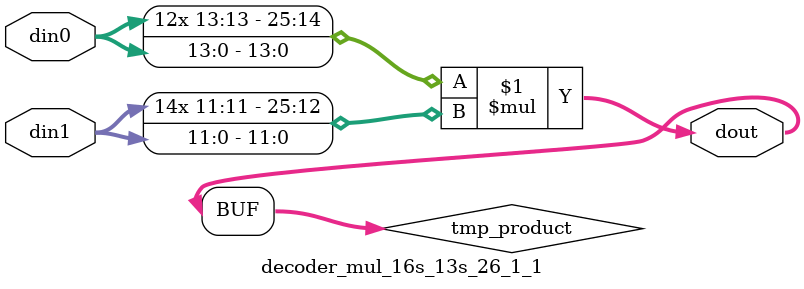
<source format=v>

`timescale 1 ns / 1 ps

 module decoder_mul_16s_13s_26_1_1(din0, din1, dout);
parameter ID = 1;
parameter NUM_STAGE = 0;
parameter din0_WIDTH = 14;
parameter din1_WIDTH = 12;
parameter dout_WIDTH = 26;

input [din0_WIDTH - 1 : 0] din0; 
input [din1_WIDTH - 1 : 0] din1; 
output [dout_WIDTH - 1 : 0] dout;

wire signed [dout_WIDTH - 1 : 0] tmp_product;



























assign tmp_product = $signed(din0) * $signed(din1);








assign dout = tmp_product;





















endmodule

</source>
